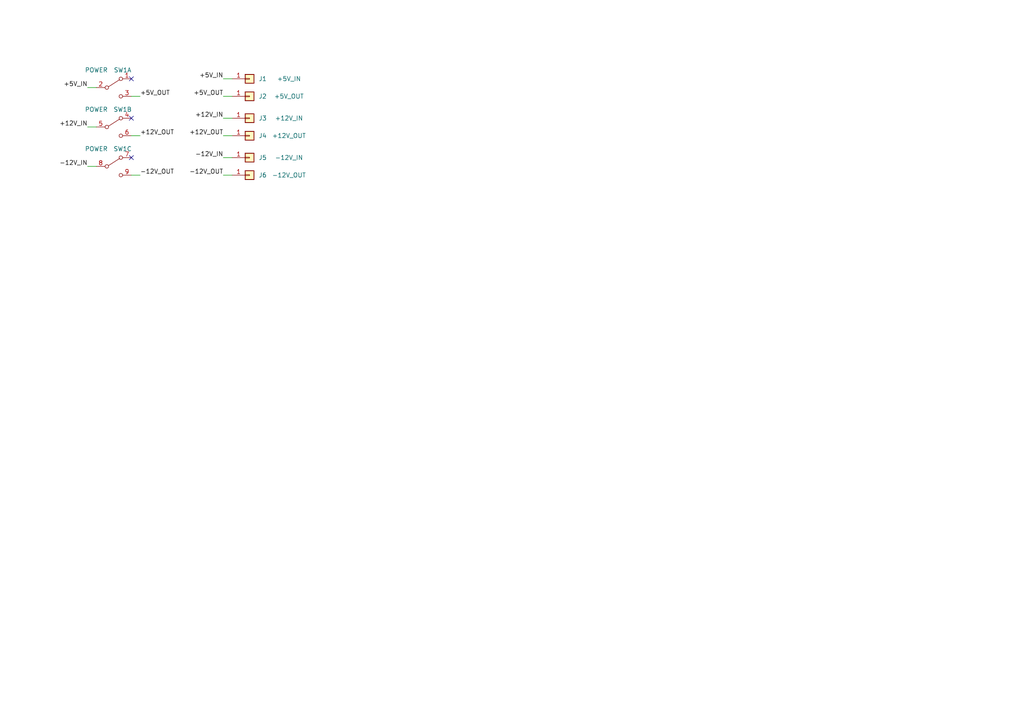
<source format=kicad_sch>
(kicad_sch (version 20211123) (generator eeschema)
  (paper "A4")
  (lib_symbols
    (symbol "Connector_Generic:Conn_01x01" (pin_names (offset 1.016) hide)
      (property "Reference" "J" (at 0 2.54 0))
      (property "Value" "Conn_01x01" (at 0 -2.54 0))
      (symbol "Conn_01x01_1_1"
        (rectangle (start -1.27 0.127) (end 0 -0.127) (stroke (width 0.1524)))
        (rectangle (start -1.27 1.27) (end 1.27 -1.27) (stroke (width 0.254)) (fill (type background)))
        (pin passive line (at -5.08 0 0) (length 3.81) (name "Pin_1") (number "1"))
      )
    )
    (symbol "Protorack:SW_3PDT" (pin_names (offset 0) hide)
      (property "Reference" "SW" (at 0 4.318 0))
      (property "Value" "SW_3PDT" (at 0 -5.08 0))
      (symbol "SW_3PDT_0_0"
        (circle (center -2.032 0) (radius 0.508))
        (circle (center 2.032 -2.54) (radius 0.508))
      )
      (symbol "SW_3PDT_0_1"
        (polyline (pts (xy -1.524 0.254) (xy 1.651 2.286)))
        (circle (center 2.032 2.54) (radius 0.508))
      )
      (symbol "SW_3PDT_1_1"
        (pin passive line (at 5.08 2.54 180) (length 2.54) (name "A") (number "1"))
        (pin passive line (at -5.08 0 0) (length 2.54) (name "B") (number "2"))
        (pin passive line (at 5.08 -2.54 180) (length 2.54) (name "C") (number "3"))
      )
      (symbol "SW_3PDT_2_1"
        (pin passive line (at 5.08 2.54 180) (length 2.54) (name "A") (number "4"))
        (pin passive line (at -5.08 0 0) (length 2.54) (name "B") (number "5"))
        (pin passive line (at 5.08 -2.54 180) (length 2.54) (name "C") (number "6"))
      )
      (symbol "SW_3PDT_3_1"
        (pin passive line (at 5.08 2.54 180) (length 2.54) (name "A") (number "7"))
        (pin passive line (at -5.08 0 0) (length 2.54) (name "B") (number "8"))
        (pin passive line (at 5.08 -2.54 180) (length 2.54) (name "C") (number "9"))
      )
    )
  )
  (no_connect (at 38.1 34.29))
  (no_connect (at 38.1 22.86))
  (no_connect (at 38.1 45.72))
  (wire (pts (xy 67.31 27.94) (xy 64.77 27.94)))
  (wire (pts (xy 67.31 34.29) (xy 64.77 34.29)))
  (wire (pts (xy 38.1 50.8) (xy 40.64 50.8)))
  (wire (pts (xy 27.94 48.26) (xy 25.4 48.26)))
  (wire (pts (xy 67.31 22.86) (xy 64.77 22.86)))
  (wire (pts (xy 38.1 39.37) (xy 40.64 39.37)))
  (wire (pts (xy 67.31 45.72) (xy 64.77 45.72)))
  (wire (pts (xy 27.94 25.4) (xy 25.4 25.4)))
  (wire (pts (xy 27.94 36.83) (xy 25.4 36.83)))
  (wire (pts (xy 38.1 27.94) (xy 40.64 27.94)))
  (wire (pts (xy 67.31 39.37) (xy 64.77 39.37)))
  (wire (pts (xy 67.31 50.8) (xy 64.77 50.8)))
  (label "+5V_IN" (at 64.77 22.86 180))
  (label "-12V_OUT" (at 40.64 50.8 0))
  (label "+5V_OUT" (at 64.77 27.94 180))
  (label "+5V_IN" (at 25.4 25.4 180))
  (label "-12V_IN" (at 64.77 45.72 180))
  (label "+5V_OUT" (at 40.64 27.94 0))
  (label "+12V_OUT" (at 64.77 39.37 180))
  (label "+12V_OUT" (at 40.64 39.37 0))
  (label "+12V_IN" (at 25.4 36.83 180))
  (label "-12V_IN" (at 25.4 48.26 180))
  (label "-12V_OUT" (at 64.77 50.8 180))
  (label "+12V_IN" (at 64.77 34.29 180))
  (symbol (lib_id "Protorack:SW_3PDT") (at 33.02 48.26 0) (unit 3)
    (property "Reference" "SW1" (at 35.56 43.18 0))
    (property "Value" "POWER" (at 27.94 43.18 0))
    (property "Footprint" "Protorack:CW_GF-161-3011" (effects hide))
  )
  (symbol (lib_id "Connector_Generic:Conn_01x01") (at 72.39 22.86 0) (mirror x) (unit 1)
    (property "Reference" "J1" (at 76.2 22.86 0))
    (property "Value" "+5V_IN" (at 83.82 22.86 0))
    (property "Footprint" "Protorack:TestPoint_THTPad_1.8x1.8mm_Drill1.0mm" (effects hide))
  )
  (symbol (lib_id "Connector_Generic:Conn_01x01") (at 72.39 27.94 0) (mirror x) (unit 1)
    (property "Reference" "J2" (at 76.2 27.94 0))
    (property "Value" "+5V_OUT" (at 83.82 27.94 0))
    (property "Footprint" "Protorack:TestPoint_THTPad_1.8x1.8mm_Drill1.0mm" (effects hide))
  )
  (symbol (lib_id "Connector_Generic:Conn_01x01") (at 72.39 50.8 0) (mirror x) (unit 1)
    (property "Reference" "J6" (at 76.2 50.8 0))
    (property "Value" "-12V_OUT" (at 83.82 50.8 0))
    (property "Footprint" "Protorack:TestPoint_THTPad_1.8x1.8mm_Drill1.0mm" (effects hide))
  )
  (symbol (lib_id "Connector_Generic:Conn_01x01") (at 72.39 34.29 0) (mirror x) (unit 1)
    (property "Reference" "J3" (at 76.2 34.29 0))
    (property "Value" "+12V_IN" (at 83.82 34.29 0))
    (property "Footprint" "Protorack:TestPoint_THTPad_1.8x1.8mm_Drill1.0mm" (effects hide))
  )
  (symbol (lib_id "Connector_Generic:Conn_01x01") (at 72.39 39.37 0) (mirror x) (unit 1)
    (property "Reference" "J4" (at 76.2 39.37 0))
    (property "Value" "+12V_OUT" (at 83.82 39.37 0))
    (property "Footprint" "Protorack:TestPoint_THTPad_1.8x1.8mm_Drill1.0mm" (effects hide))
  )
  (symbol (lib_id "Protorack:SW_3PDT") (at 33.02 25.4 0) (unit 1)
    (property "Reference" "SW1" (at 35.56 20.32 0))
    (property "Value" "POWER" (at 27.94 20.32 0))
    (property "Footprint" "Protorack:CW_GF-161-3011" (effects hide))
  )
  (symbol (lib_id "Protorack:SW_3PDT") (at 33.02 36.83 0) (unit 2)
    (property "Reference" "SW1" (at 35.56 31.75 0))
    (property "Value" "POWER" (at 27.94 31.75 0))
    (property "Footprint" "Protorack:CW_GF-161-3011" (effects hide))
  )
  (symbol (lib_id "Connector_Generic:Conn_01x01") (at 72.39 45.72 0) (mirror x) (unit 1)
    (property "Reference" "J5" (at 76.2 45.72 0))
    (property "Value" "-12V_IN" (at 83.82 45.72 0))
    (property "Footprint" "Protorack:TestPoint_THTPad_1.8x1.8mm_Drill1.0mm" (effects hide))
  )
)
</source>
